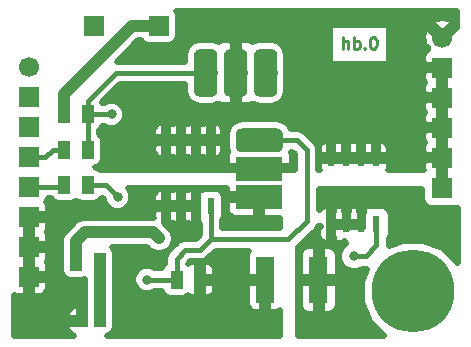
<source format=gbr>
G04 #@! TF.GenerationSoftware,KiCad,Pcbnew,(5.0.0)*
G04 #@! TF.CreationDate,2019-01-30T09:07:07+03:00*
G04 #@! TF.ProjectId,module,6D6F64756C652E6B696361645F706362,rev?*
G04 #@! TF.SameCoordinates,Original*
G04 #@! TF.FileFunction,Copper,L1,Top,Signal*
G04 #@! TF.FilePolarity,Positive*
%FSLAX46Y46*%
G04 Gerber Fmt 4.6, Leading zero omitted, Abs format (unit mm)*
G04 Created by KiCad (PCBNEW (5.0.0)) date 01/30/19 09:07:07*
%MOMM*%
%LPD*%
G01*
G04 APERTURE LIST*
G04 #@! TA.AperFunction,NonConductor*
%ADD10C,0.250000*%
G04 #@! TD*
G04 #@! TA.AperFunction,SMDPad,CuDef*
%ADD11R,0.609600X1.473200*%
G04 #@! TD*
G04 #@! TA.AperFunction,SMDPad,CuDef*
%ADD12R,1.500000X4.000000*%
G04 #@! TD*
G04 #@! TA.AperFunction,SMDPad,CuDef*
%ADD13R,1.000000X1.500000*%
G04 #@! TD*
G04 #@! TA.AperFunction,ComponentPad*
%ADD14C,1.700000*%
G04 #@! TD*
G04 #@! TA.AperFunction,ComponentPad*
%ADD15R,1.700000X1.700000*%
G04 #@! TD*
G04 #@! TA.AperFunction,ComponentPad*
%ADD16C,7.000000*%
G04 #@! TD*
G04 #@! TA.AperFunction,Conductor*
%ADD17C,0.100000*%
G04 #@! TD*
G04 #@! TA.AperFunction,ComponentPad*
%ADD18C,2.000000*%
G04 #@! TD*
G04 #@! TA.AperFunction,ComponentPad*
%ADD19R,4.000000X2.000000*%
G04 #@! TD*
G04 #@! TA.AperFunction,SMDPad,CuDef*
%ADD20R,1.000000X1.000000*%
G04 #@! TD*
G04 #@! TA.AperFunction,ViaPad*
%ADD21C,0.800000*%
G04 #@! TD*
G04 #@! TA.AperFunction,Conductor*
%ADD22C,1.000000*%
G04 #@! TD*
G04 #@! TA.AperFunction,Conductor*
%ADD23C,0.400000*%
G04 #@! TD*
G04 #@! TA.AperFunction,Conductor*
%ADD24C,0.500000*%
G04 #@! TD*
G04 #@! TA.AperFunction,Conductor*
%ADD25C,0.600000*%
G04 #@! TD*
G04 APERTURE END LIST*
D10*
X226119047Y-74452380D02*
X226119047Y-73452380D01*
X226547619Y-74452380D02*
X226547619Y-73928571D01*
X226500000Y-73833333D01*
X226404761Y-73785714D01*
X226261904Y-73785714D01*
X226166666Y-73833333D01*
X226119047Y-73880952D01*
X227023809Y-74452380D02*
X227023809Y-73452380D01*
X227023809Y-73833333D02*
X227119047Y-73785714D01*
X227309523Y-73785714D01*
X227404761Y-73833333D01*
X227452380Y-73880952D01*
X227500000Y-73976190D01*
X227500000Y-74261904D01*
X227452380Y-74357142D01*
X227404761Y-74404761D01*
X227309523Y-74452380D01*
X227119047Y-74452380D01*
X227023809Y-74404761D01*
X227928571Y-74357142D02*
X227976190Y-74404761D01*
X227928571Y-74452380D01*
X227880952Y-74404761D01*
X227928571Y-74357142D01*
X227928571Y-74452380D01*
X228595238Y-73452380D02*
X228690476Y-73452380D01*
X228785714Y-73500000D01*
X228833333Y-73547619D01*
X228880952Y-73642857D01*
X228928571Y-73833333D01*
X228928571Y-74071428D01*
X228880952Y-74261904D01*
X228833333Y-74357142D01*
X228785714Y-74404761D01*
X228690476Y-74452380D01*
X228595238Y-74452380D01*
X228500000Y-74404761D01*
X228452380Y-74357142D01*
X228404761Y-74261904D01*
X228357142Y-74071428D01*
X228357142Y-73833333D01*
X228404761Y-73642857D01*
X228452380Y-73547619D01*
X228500000Y-73500000D01*
X228595238Y-73452380D01*
D11*
G04 #@! TO.P,VT2,1*
G04 #@! TO.N,Net-(C3-Pad2)*
X211095000Y-87794000D03*
G04 #@! TO.P,VT2,2*
X212365000Y-87794000D03*
G04 #@! TO.P,VT2,3*
X213635000Y-87794000D03*
G04 #@! TO.P,VT2,4*
G04 #@! TO.N,Net-(R1-Pad2)*
X214905000Y-87794000D03*
G04 #@! TO.P,VT2,5*
G04 #@! TO.N,Net-(VT1-Pad5)*
X214905000Y-82206000D03*
G04 #@! TO.P,VT2,6*
X213635000Y-82206000D03*
G04 #@! TO.P,VT2,7*
X212365000Y-82206000D03*
G04 #@! TO.P,VT2,8*
X211095000Y-82206000D03*
G04 #@! TD*
D12*
G04 #@! TO.P,C3,1*
G04 #@! TO.N,Net-(C3-Pad1)*
X224000000Y-94000000D03*
G04 #@! TO.P,C3,2*
G04 #@! TO.N,Net-(C3-Pad2)*
X219500000Y-94000000D03*
G04 #@! TD*
D13*
G04 #@! TO.P,R1,2*
G04 #@! TO.N,Net-(R1-Pad2)*
X204500000Y-86000000D03*
G04 #@! TO.P,R1,1*
G04 #@! TO.N,Net-(R1-Pad1)*
X202500000Y-86000000D03*
G04 #@! TD*
G04 #@! TO.P,R2,1*
G04 #@! TO.N,Net-(R2-Pad1)*
X202500000Y-83000000D03*
G04 #@! TO.P,R2,2*
G04 #@! TO.N,Net-(R2-Pad2)*
X204500000Y-83000000D03*
G04 #@! TD*
D11*
G04 #@! TO.P,VT1,8*
G04 #@! TO.N,Net-(VT1-Pad5)*
X225095000Y-83706000D03*
G04 #@! TO.P,VT1,7*
X226365000Y-83706000D03*
G04 #@! TO.P,VT1,6*
X227635000Y-83706000D03*
G04 #@! TO.P,VT1,5*
X228905000Y-83706000D03*
G04 #@! TO.P,VT1,4*
G04 #@! TO.N,Net-(R2-Pad2)*
X228905000Y-89294000D03*
G04 #@! TO.P,VT1,3*
G04 #@! TO.N,Net-(C3-Pad1)*
X227635000Y-89294000D03*
G04 #@! TO.P,VT1,2*
X226365000Y-89294000D03*
G04 #@! TO.P,VT1,1*
X225095000Y-89294000D03*
G04 #@! TD*
D14*
G04 #@! TO.P,XP1,1*
G04 #@! TO.N,Net-(FU1-Pad1)*
X199500000Y-76000000D03*
D15*
G04 #@! TO.P,XP1,2*
X199500000Y-78540000D03*
G04 #@! TO.P,XP1,3*
X199500000Y-81080000D03*
G04 #@! TO.P,XP1,4*
G04 #@! TO.N,Net-(R2-Pad1)*
X199500000Y-83620000D03*
G04 #@! TO.P,XP1,5*
G04 #@! TO.N,Net-(R1-Pad1)*
X199500000Y-86160000D03*
G04 #@! TO.P,XP1,6*
G04 #@! TO.N,Net-(C3-Pad2)*
X199500000Y-88700000D03*
G04 #@! TO.P,XP1,7*
X199500000Y-91240000D03*
G04 #@! TO.P,XP1,8*
X199500000Y-93780000D03*
G04 #@! TD*
D14*
G04 #@! TO.P,XP2,1*
G04 #@! TO.N,Net-(VT1-Pad5)*
X234500000Y-73500000D03*
D15*
G04 #@! TO.P,XP2,2*
X234500000Y-76040000D03*
G04 #@! TO.P,XP2,3*
X234500000Y-78580000D03*
G04 #@! TO.P,XP2,4*
X234500000Y-81120000D03*
G04 #@! TO.P,XP2,5*
X234500000Y-83660000D03*
G04 #@! TO.P,XP2,6*
X234500000Y-86200000D03*
G04 #@! TD*
G04 #@! TO.P,FU1,2*
G04 #@! TO.N,Net-(C3-Pad1)*
X210500000Y-72500000D03*
G04 #@! TO.P,FU1,1*
G04 #@! TO.N,Net-(FU1-Pad1)*
X205000000Y-72500000D03*
G04 #@! TD*
D13*
G04 #@! TO.P,R3,2*
G04 #@! TO.N,Net-(R2-Pad2)*
X204500000Y-80000000D03*
G04 #@! TO.P,R3,1*
G04 #@! TO.N,Net-(C3-Pad1)*
X202500000Y-80000000D03*
G04 #@! TD*
G04 #@! TO.P,R4,1*
G04 #@! TO.N,Net-(R1-Pad2)*
X212000000Y-94000000D03*
G04 #@! TO.P,R4,2*
G04 #@! TO.N,Net-(C3-Pad2)*
X214000000Y-94000000D03*
G04 #@! TD*
D16*
G04 #@! TO.P,rM3,*
G04 #@! TO.N,*
X232000000Y-95000000D03*
G04 #@! TD*
D17*
G04 #@! TO.N,Net-(R2-Pad2)*
G04 #@! TO.C,VT3*
G36*
X215009009Y-74502408D02*
X215057545Y-74509607D01*
X215105142Y-74521530D01*
X215151342Y-74538060D01*
X215195698Y-74559039D01*
X215237785Y-74584265D01*
X215277197Y-74613495D01*
X215313553Y-74646447D01*
X215346505Y-74682803D01*
X215375735Y-74722215D01*
X215400961Y-74764302D01*
X215421940Y-74808658D01*
X215438470Y-74854858D01*
X215450393Y-74902455D01*
X215457592Y-74950991D01*
X215460000Y-75000000D01*
X215460000Y-78000000D01*
X215457592Y-78049009D01*
X215450393Y-78097545D01*
X215438470Y-78145142D01*
X215421940Y-78191342D01*
X215400961Y-78235698D01*
X215375735Y-78277785D01*
X215346505Y-78317197D01*
X215313553Y-78353553D01*
X215277197Y-78386505D01*
X215237785Y-78415735D01*
X215195698Y-78440961D01*
X215151342Y-78461940D01*
X215105142Y-78478470D01*
X215057545Y-78490393D01*
X215009009Y-78497592D01*
X214960000Y-78500000D01*
X213960000Y-78500000D01*
X213910991Y-78497592D01*
X213862455Y-78490393D01*
X213814858Y-78478470D01*
X213768658Y-78461940D01*
X213724302Y-78440961D01*
X213682215Y-78415735D01*
X213642803Y-78386505D01*
X213606447Y-78353553D01*
X213573495Y-78317197D01*
X213544265Y-78277785D01*
X213519039Y-78235698D01*
X213498060Y-78191342D01*
X213481530Y-78145142D01*
X213469607Y-78097545D01*
X213462408Y-78049009D01*
X213460000Y-78000000D01*
X213460000Y-75000000D01*
X213462408Y-74950991D01*
X213469607Y-74902455D01*
X213481530Y-74854858D01*
X213498060Y-74808658D01*
X213519039Y-74764302D01*
X213544265Y-74722215D01*
X213573495Y-74682803D01*
X213606447Y-74646447D01*
X213642803Y-74613495D01*
X213682215Y-74584265D01*
X213724302Y-74559039D01*
X213768658Y-74538060D01*
X213814858Y-74521530D01*
X213862455Y-74509607D01*
X213910991Y-74502408D01*
X213960000Y-74500000D01*
X214960000Y-74500000D01*
X215009009Y-74502408D01*
X215009009Y-74502408D01*
G37*
D18*
G04 #@! TD*
G04 #@! TO.P,VT3,1*
G04 #@! TO.N,Net-(R2-Pad2)*
X214460000Y-76500000D03*
D17*
G04 #@! TO.N,Net-(VT1-Pad5)*
G04 #@! TO.C,VT3*
G36*
X217549009Y-74502408D02*
X217597545Y-74509607D01*
X217645142Y-74521530D01*
X217691342Y-74538060D01*
X217735698Y-74559039D01*
X217777785Y-74584265D01*
X217817197Y-74613495D01*
X217853553Y-74646447D01*
X217886505Y-74682803D01*
X217915735Y-74722215D01*
X217940961Y-74764302D01*
X217961940Y-74808658D01*
X217978470Y-74854858D01*
X217990393Y-74902455D01*
X217997592Y-74950991D01*
X218000000Y-75000000D01*
X218000000Y-78000000D01*
X217997592Y-78049009D01*
X217990393Y-78097545D01*
X217978470Y-78145142D01*
X217961940Y-78191342D01*
X217940961Y-78235698D01*
X217915735Y-78277785D01*
X217886505Y-78317197D01*
X217853553Y-78353553D01*
X217817197Y-78386505D01*
X217777785Y-78415735D01*
X217735698Y-78440961D01*
X217691342Y-78461940D01*
X217645142Y-78478470D01*
X217597545Y-78490393D01*
X217549009Y-78497592D01*
X217500000Y-78500000D01*
X216500000Y-78500000D01*
X216450991Y-78497592D01*
X216402455Y-78490393D01*
X216354858Y-78478470D01*
X216308658Y-78461940D01*
X216264302Y-78440961D01*
X216222215Y-78415735D01*
X216182803Y-78386505D01*
X216146447Y-78353553D01*
X216113495Y-78317197D01*
X216084265Y-78277785D01*
X216059039Y-78235698D01*
X216038060Y-78191342D01*
X216021530Y-78145142D01*
X216009607Y-78097545D01*
X216002408Y-78049009D01*
X216000000Y-78000000D01*
X216000000Y-75000000D01*
X216002408Y-74950991D01*
X216009607Y-74902455D01*
X216021530Y-74854858D01*
X216038060Y-74808658D01*
X216059039Y-74764302D01*
X216084265Y-74722215D01*
X216113495Y-74682803D01*
X216146447Y-74646447D01*
X216182803Y-74613495D01*
X216222215Y-74584265D01*
X216264302Y-74559039D01*
X216308658Y-74538060D01*
X216354858Y-74521530D01*
X216402455Y-74509607D01*
X216450991Y-74502408D01*
X216500000Y-74500000D01*
X217500000Y-74500000D01*
X217549009Y-74502408D01*
X217549009Y-74502408D01*
G37*
D18*
G04 #@! TD*
G04 #@! TO.P,VT3,2*
G04 #@! TO.N,Net-(VT1-Pad5)*
X217000000Y-76500000D03*
D17*
G04 #@! TO.N,Net-(C3-Pad1)*
G04 #@! TO.C,VT3*
G36*
X220089009Y-74502408D02*
X220137545Y-74509607D01*
X220185142Y-74521530D01*
X220231342Y-74538060D01*
X220275698Y-74559039D01*
X220317785Y-74584265D01*
X220357197Y-74613495D01*
X220393553Y-74646447D01*
X220426505Y-74682803D01*
X220455735Y-74722215D01*
X220480961Y-74764302D01*
X220501940Y-74808658D01*
X220518470Y-74854858D01*
X220530393Y-74902455D01*
X220537592Y-74950991D01*
X220540000Y-75000000D01*
X220540000Y-78000000D01*
X220537592Y-78049009D01*
X220530393Y-78097545D01*
X220518470Y-78145142D01*
X220501940Y-78191342D01*
X220480961Y-78235698D01*
X220455735Y-78277785D01*
X220426505Y-78317197D01*
X220393553Y-78353553D01*
X220357197Y-78386505D01*
X220317785Y-78415735D01*
X220275698Y-78440961D01*
X220231342Y-78461940D01*
X220185142Y-78478470D01*
X220137545Y-78490393D01*
X220089009Y-78497592D01*
X220040000Y-78500000D01*
X219040000Y-78500000D01*
X218990991Y-78497592D01*
X218942455Y-78490393D01*
X218894858Y-78478470D01*
X218848658Y-78461940D01*
X218804302Y-78440961D01*
X218762215Y-78415735D01*
X218722803Y-78386505D01*
X218686447Y-78353553D01*
X218653495Y-78317197D01*
X218624265Y-78277785D01*
X218599039Y-78235698D01*
X218578060Y-78191342D01*
X218561530Y-78145142D01*
X218549607Y-78097545D01*
X218542408Y-78049009D01*
X218540000Y-78000000D01*
X218540000Y-75000000D01*
X218542408Y-74950991D01*
X218549607Y-74902455D01*
X218561530Y-74854858D01*
X218578060Y-74808658D01*
X218599039Y-74764302D01*
X218624265Y-74722215D01*
X218653495Y-74682803D01*
X218686447Y-74646447D01*
X218722803Y-74613495D01*
X218762215Y-74584265D01*
X218804302Y-74559039D01*
X218848658Y-74538060D01*
X218894858Y-74521530D01*
X218942455Y-74509607D01*
X218990991Y-74502408D01*
X219040000Y-74500000D01*
X220040000Y-74500000D01*
X220089009Y-74502408D01*
X220089009Y-74502408D01*
G37*
D18*
G04 #@! TD*
G04 #@! TO.P,VT3,3*
G04 #@! TO.N,Net-(C3-Pad1)*
X219540000Y-76500000D03*
D17*
G04 #@! TO.N,Net-(R1-Pad2)*
G04 #@! TO.C,VT4*
G36*
X220549009Y-81202408D02*
X220597545Y-81209607D01*
X220645142Y-81221530D01*
X220691342Y-81238060D01*
X220735698Y-81259039D01*
X220777785Y-81284265D01*
X220817197Y-81313495D01*
X220853553Y-81346447D01*
X220886505Y-81382803D01*
X220915735Y-81422215D01*
X220940961Y-81464302D01*
X220961940Y-81508658D01*
X220978470Y-81554858D01*
X220990393Y-81602455D01*
X220997592Y-81650991D01*
X221000000Y-81700000D01*
X221000000Y-82700000D01*
X220997592Y-82749009D01*
X220990393Y-82797545D01*
X220978470Y-82845142D01*
X220961940Y-82891342D01*
X220940961Y-82935698D01*
X220915735Y-82977785D01*
X220886505Y-83017197D01*
X220853553Y-83053553D01*
X220817197Y-83086505D01*
X220777785Y-83115735D01*
X220735698Y-83140961D01*
X220691342Y-83161940D01*
X220645142Y-83178470D01*
X220597545Y-83190393D01*
X220549009Y-83197592D01*
X220500000Y-83200000D01*
X217500000Y-83200000D01*
X217450991Y-83197592D01*
X217402455Y-83190393D01*
X217354858Y-83178470D01*
X217308658Y-83161940D01*
X217264302Y-83140961D01*
X217222215Y-83115735D01*
X217182803Y-83086505D01*
X217146447Y-83053553D01*
X217113495Y-83017197D01*
X217084265Y-82977785D01*
X217059039Y-82935698D01*
X217038060Y-82891342D01*
X217021530Y-82845142D01*
X217009607Y-82797545D01*
X217002408Y-82749009D01*
X217000000Y-82700000D01*
X217000000Y-81700000D01*
X217002408Y-81650991D01*
X217009607Y-81602455D01*
X217021530Y-81554858D01*
X217038060Y-81508658D01*
X217059039Y-81464302D01*
X217084265Y-81422215D01*
X217113495Y-81382803D01*
X217146447Y-81346447D01*
X217182803Y-81313495D01*
X217222215Y-81284265D01*
X217264302Y-81259039D01*
X217308658Y-81238060D01*
X217354858Y-81221530D01*
X217402455Y-81209607D01*
X217450991Y-81202408D01*
X217500000Y-81200000D01*
X220500000Y-81200000D01*
X220549009Y-81202408D01*
X220549009Y-81202408D01*
G37*
D18*
G04 #@! TD*
G04 #@! TO.P,VT4,1*
G04 #@! TO.N,Net-(R1-Pad2)*
X219000000Y-82200000D03*
D19*
G04 #@! TO.P,VT4,2*
G04 #@! TO.N,Net-(VT1-Pad5)*
X219000000Y-84600000D03*
G04 #@! TO.P,VT4,3*
G04 #@! TO.N,Net-(C3-Pad2)*
X219000000Y-87000000D03*
G04 #@! TD*
D20*
G04 #@! TO.P,HL1,1*
G04 #@! TO.N,Net-(HL1-Pad1)*
X205500000Y-97500000D03*
G04 #@! TO.P,HL1,2*
G04 #@! TO.N,Net-(C3-Pad2)*
X204000000Y-97500000D03*
G04 #@! TD*
D13*
G04 #@! TO.P,R5,2*
G04 #@! TO.N,Net-(HL1-Pad1)*
X205500000Y-92500000D03*
G04 #@! TO.P,R5,1*
G04 #@! TO.N,Net-(C3-Pad1)*
X203500000Y-92500000D03*
G04 #@! TD*
D21*
G04 #@! TO.N,Net-(C3-Pad1)*
X232500000Y-88500000D03*
X231000000Y-88500000D03*
X210500000Y-90500000D03*
G04 #@! TO.N,Net-(R1-Pad2)*
X209500000Y-94000000D03*
X207000000Y-87000000D03*
G04 #@! TO.N,Net-(R2-Pad2)*
X206500000Y-80000000D03*
X227000000Y-92000000D03*
G04 #@! TD*
D22*
G04 #@! TO.N,Net-(C3-Pad1)*
X208250000Y-72500000D02*
X208650000Y-72500000D01*
X208650000Y-72500000D02*
X210500000Y-72500000D01*
X202500000Y-78250000D02*
X208250000Y-72500000D01*
X202500000Y-80000000D02*
X202500000Y-78250000D01*
X203500000Y-90750000D02*
X204250000Y-90000000D01*
X203500000Y-92500000D02*
X203500000Y-90750000D01*
X204250000Y-90000000D02*
X210000000Y-90000000D01*
X210000000Y-90000000D02*
X210500000Y-90500000D01*
D23*
G04 #@! TO.N,Net-(R1-Pad1)*
X199500000Y-86160000D02*
X202340000Y-86160000D01*
X202340000Y-86160000D02*
X202500000Y-86000000D01*
G04 #@! TO.N,Net-(R2-Pad1)*
X199500000Y-83620000D02*
X200880000Y-83620000D01*
X201500000Y-83000000D02*
X202500000Y-83000000D01*
X200880000Y-83620000D02*
X201500000Y-83000000D01*
D22*
G04 #@! TO.N,Net-(C3-Pad2)*
X199500000Y-91240000D02*
X199500000Y-88700000D01*
X199500000Y-93780000D02*
X199500000Y-91240000D01*
X214000000Y-94000000D02*
X219500000Y-94000000D01*
D23*
G04 #@! TO.N,Net-(R1-Pad2)*
X212000000Y-92250000D02*
X212000000Y-94000000D01*
X212750000Y-91500000D02*
X212000000Y-92250000D01*
X214000000Y-91500000D02*
X212750000Y-91500000D01*
X214905000Y-90595000D02*
X214000000Y-91500000D01*
X211000000Y-94000000D02*
X212000000Y-94000000D01*
X209500000Y-94000000D02*
X211000000Y-94000000D01*
X214905000Y-90595000D02*
X221405000Y-90595000D01*
X221405000Y-90595000D02*
X223000000Y-89000000D01*
X223000000Y-89000000D02*
X223000000Y-83000000D01*
X222200000Y-82200000D02*
X219000000Y-82200000D01*
X223000000Y-83000000D02*
X222200000Y-82200000D01*
X214905000Y-90595000D02*
X214905000Y-87794000D01*
X206000000Y-86000000D02*
X207000000Y-87000000D01*
X204500000Y-86000000D02*
X206000000Y-86000000D01*
G04 #@! TO.N,Net-(R2-Pad2)*
X204500000Y-83000000D02*
X204500000Y-80000000D01*
X213360000Y-76500000D02*
X214460000Y-76500000D01*
X206850000Y-76500000D02*
X213360000Y-76500000D01*
X204500000Y-80000000D02*
X204500000Y-78850000D01*
X204500000Y-78850000D02*
X206850000Y-76500000D01*
X228905000Y-91095000D02*
X228905000Y-89294000D01*
X227000000Y-92000000D02*
X228000000Y-92000000D01*
X206500000Y-80000000D02*
X205400000Y-80000000D01*
X205400000Y-80000000D02*
X204500000Y-80000000D01*
X228000000Y-92000000D02*
X228905000Y-91095000D01*
D22*
G04 #@! TO.N,Net-(VT1-Pad5)*
X234500000Y-86200000D02*
X234500000Y-83660000D01*
G04 #@! TO.N,Net-(HL1-Pad1)*
X205500000Y-97500000D02*
X205500000Y-92500000D01*
G04 #@! TD*
D24*
G04 #@! TO.N,Net-(VT1-Pad5)*
G36*
X235750000Y-72692258D02*
X235682309Y-72671244D01*
X234853553Y-73500000D01*
X234867696Y-73514143D01*
X234514143Y-73867696D01*
X234500000Y-73853553D01*
X234485858Y-73867696D01*
X234132305Y-73514143D01*
X234146447Y-73500000D01*
X233317691Y-72671244D01*
X233048857Y-72754700D01*
X232874105Y-73366761D01*
X232946880Y-73999106D01*
X233048857Y-74245300D01*
X233317688Y-74328755D01*
X233173149Y-74473294D01*
X233245578Y-74545723D01*
X233225159Y-74554181D01*
X233014181Y-74765159D01*
X232900000Y-75040816D01*
X232900000Y-75602500D01*
X233087500Y-75790000D01*
X234250000Y-75790000D01*
X234250000Y-75770000D01*
X234750000Y-75770000D01*
X234750000Y-75790000D01*
X234770000Y-75790000D01*
X234770000Y-76290000D01*
X234750000Y-76290000D01*
X234750000Y-78330000D01*
X234770000Y-78330000D01*
X234770000Y-78830000D01*
X234750000Y-78830000D01*
X234750000Y-80870000D01*
X234770000Y-80870000D01*
X234770000Y-81370000D01*
X234750000Y-81370000D01*
X234750000Y-83410000D01*
X234770000Y-83410000D01*
X234770000Y-83910000D01*
X234750000Y-83910000D01*
X234750000Y-83930000D01*
X234250000Y-83930000D01*
X234250000Y-83910000D01*
X233087500Y-83910000D01*
X232900000Y-84097500D01*
X232900000Y-84659184D01*
X232937617Y-84750000D01*
X229894265Y-84750000D01*
X229959800Y-84591785D01*
X229959800Y-84143500D01*
X229772300Y-83956000D01*
X229057400Y-83956000D01*
X229057400Y-83976000D01*
X228752600Y-83976000D01*
X228752600Y-83956000D01*
X227787400Y-83956000D01*
X227787400Y-83976000D01*
X227482600Y-83976000D01*
X227482600Y-83956000D01*
X226517400Y-83956000D01*
X226517400Y-83976000D01*
X226212600Y-83976000D01*
X226212600Y-83956000D01*
X225247400Y-83956000D01*
X225247400Y-83976000D01*
X224942600Y-83976000D01*
X224942600Y-83956000D01*
X224227700Y-83956000D01*
X224040200Y-84143500D01*
X224040200Y-84591785D01*
X224105735Y-84750000D01*
X223950000Y-84750000D01*
X223950000Y-83093559D01*
X223968610Y-83000000D01*
X223950000Y-82906441D01*
X223950000Y-82906436D01*
X223932850Y-82820215D01*
X224040200Y-82820215D01*
X224040200Y-83268500D01*
X224227700Y-83456000D01*
X224942600Y-83456000D01*
X224942600Y-82406900D01*
X225247400Y-82406900D01*
X225247400Y-83456000D01*
X226212600Y-83456000D01*
X226212600Y-82406900D01*
X226517400Y-82406900D01*
X226517400Y-83456000D01*
X227482600Y-83456000D01*
X227482600Y-82406900D01*
X227787400Y-82406900D01*
X227787400Y-83456000D01*
X228752600Y-83456000D01*
X228752600Y-82406900D01*
X229057400Y-82406900D01*
X229057400Y-83456000D01*
X229772300Y-83456000D01*
X229959800Y-83268500D01*
X229959800Y-82820215D01*
X229845619Y-82544559D01*
X229634641Y-82333581D01*
X229358984Y-82219400D01*
X229244900Y-82219400D01*
X229057400Y-82406900D01*
X228752600Y-82406900D01*
X228565100Y-82219400D01*
X228451016Y-82219400D01*
X228270000Y-82294379D01*
X228088984Y-82219400D01*
X227974900Y-82219400D01*
X227787400Y-82406900D01*
X227482600Y-82406900D01*
X227295100Y-82219400D01*
X227181016Y-82219400D01*
X227000000Y-82294379D01*
X226818984Y-82219400D01*
X226704900Y-82219400D01*
X226517400Y-82406900D01*
X226212600Y-82406900D01*
X226025100Y-82219400D01*
X225911016Y-82219400D01*
X225730000Y-82294379D01*
X225548984Y-82219400D01*
X225434900Y-82219400D01*
X225247400Y-82406900D01*
X224942600Y-82406900D01*
X224755100Y-82219400D01*
X224641016Y-82219400D01*
X224365359Y-82333581D01*
X224154381Y-82544559D01*
X224040200Y-82820215D01*
X223932850Y-82820215D01*
X223894880Y-82629329D01*
X223779065Y-82456000D01*
X223737911Y-82394408D01*
X223737909Y-82394406D01*
X223684911Y-82315089D01*
X223605593Y-82262090D01*
X222937911Y-81594409D01*
X222913250Y-81557500D01*
X232900000Y-81557500D01*
X232900000Y-82119184D01*
X233012176Y-82390000D01*
X232900000Y-82660816D01*
X232900000Y-83222500D01*
X233087500Y-83410000D01*
X234250000Y-83410000D01*
X234250000Y-81370000D01*
X233087500Y-81370000D01*
X232900000Y-81557500D01*
X222913250Y-81557500D01*
X222884911Y-81515089D01*
X222570671Y-81305120D01*
X222293564Y-81250000D01*
X222293559Y-81250000D01*
X222200000Y-81231390D01*
X222106441Y-81250000D01*
X221675182Y-81250000D01*
X221668424Y-81216023D01*
X221394273Y-80805727D01*
X220983977Y-80531576D01*
X220500000Y-80435307D01*
X217500000Y-80435307D01*
X217016023Y-80531576D01*
X216605727Y-80805727D01*
X216331576Y-81216023D01*
X216235307Y-81700000D01*
X216235307Y-82700000D01*
X216331576Y-83183977D01*
X216349449Y-83210726D01*
X216250000Y-83450816D01*
X216250000Y-84162500D01*
X216437500Y-84350000D01*
X218750000Y-84350000D01*
X218750000Y-84330000D01*
X219250000Y-84330000D01*
X219250000Y-84350000D01*
X221562500Y-84350000D01*
X221750000Y-84162500D01*
X221750000Y-83450816D01*
X221650551Y-83210726D01*
X221668424Y-83183977D01*
X221675182Y-83150000D01*
X221806498Y-83150000D01*
X222050001Y-83393504D01*
X222050001Y-84750000D01*
X205567928Y-84750000D01*
X205540720Y-84709280D01*
X205292635Y-84543516D01*
X205073866Y-84500000D01*
X205292635Y-84456484D01*
X205540720Y-84290720D01*
X205706484Y-84042635D01*
X205764693Y-83750000D01*
X205764693Y-82643500D01*
X210040200Y-82643500D01*
X210040200Y-83091785D01*
X210154381Y-83367441D01*
X210365359Y-83578419D01*
X210641016Y-83692600D01*
X210755100Y-83692600D01*
X210942600Y-83505100D01*
X210942600Y-82456000D01*
X211247400Y-82456000D01*
X211247400Y-83505100D01*
X211434900Y-83692600D01*
X211548984Y-83692600D01*
X211730000Y-83617621D01*
X211911016Y-83692600D01*
X212025100Y-83692600D01*
X212212600Y-83505100D01*
X212212600Y-82456000D01*
X212517400Y-82456000D01*
X212517400Y-83505100D01*
X212704900Y-83692600D01*
X212818984Y-83692600D01*
X213000000Y-83617621D01*
X213181016Y-83692600D01*
X213295100Y-83692600D01*
X213482600Y-83505100D01*
X213482600Y-82456000D01*
X213787400Y-82456000D01*
X213787400Y-83505100D01*
X213974900Y-83692600D01*
X214088984Y-83692600D01*
X214270000Y-83617621D01*
X214451016Y-83692600D01*
X214565100Y-83692600D01*
X214752600Y-83505100D01*
X214752600Y-82456000D01*
X215057400Y-82456000D01*
X215057400Y-83505100D01*
X215244900Y-83692600D01*
X215358984Y-83692600D01*
X215634641Y-83578419D01*
X215845619Y-83367441D01*
X215959800Y-83091785D01*
X215959800Y-82643500D01*
X215772300Y-82456000D01*
X215057400Y-82456000D01*
X214752600Y-82456000D01*
X213787400Y-82456000D01*
X213482600Y-82456000D01*
X212517400Y-82456000D01*
X212212600Y-82456000D01*
X211247400Y-82456000D01*
X210942600Y-82456000D01*
X210227700Y-82456000D01*
X210040200Y-82643500D01*
X205764693Y-82643500D01*
X205764693Y-82250000D01*
X205706484Y-81957365D01*
X205540720Y-81709280D01*
X205450000Y-81648663D01*
X205450000Y-81351337D01*
X205496577Y-81320215D01*
X210040200Y-81320215D01*
X210040200Y-81768500D01*
X210227700Y-81956000D01*
X210942600Y-81956000D01*
X210942600Y-80906900D01*
X211247400Y-80906900D01*
X211247400Y-81956000D01*
X212212600Y-81956000D01*
X212212600Y-80906900D01*
X212517400Y-80906900D01*
X212517400Y-81956000D01*
X213482600Y-81956000D01*
X213482600Y-80906900D01*
X213787400Y-80906900D01*
X213787400Y-81956000D01*
X214752600Y-81956000D01*
X214752600Y-80906900D01*
X215057400Y-80906900D01*
X215057400Y-81956000D01*
X215772300Y-81956000D01*
X215959800Y-81768500D01*
X215959800Y-81320215D01*
X215845619Y-81044559D01*
X215634641Y-80833581D01*
X215358984Y-80719400D01*
X215244900Y-80719400D01*
X215057400Y-80906900D01*
X214752600Y-80906900D01*
X214565100Y-80719400D01*
X214451016Y-80719400D01*
X214270000Y-80794379D01*
X214088984Y-80719400D01*
X213974900Y-80719400D01*
X213787400Y-80906900D01*
X213482600Y-80906900D01*
X213295100Y-80719400D01*
X213181016Y-80719400D01*
X213000000Y-80794379D01*
X212818984Y-80719400D01*
X212704900Y-80719400D01*
X212517400Y-80906900D01*
X212212600Y-80906900D01*
X212025100Y-80719400D01*
X211911016Y-80719400D01*
X211730000Y-80794379D01*
X211548984Y-80719400D01*
X211434900Y-80719400D01*
X211247400Y-80906900D01*
X210942600Y-80906900D01*
X210755100Y-80719400D01*
X210641016Y-80719400D01*
X210365359Y-80833581D01*
X210154381Y-81044559D01*
X210040200Y-81320215D01*
X205496577Y-81320215D01*
X205540720Y-81290720D01*
X205706484Y-81042635D01*
X205724910Y-80950000D01*
X205823654Y-80950000D01*
X205848577Y-80974923D01*
X206271251Y-81150000D01*
X206728749Y-81150000D01*
X207151423Y-80974923D01*
X207474923Y-80651423D01*
X207650000Y-80228749D01*
X207650000Y-79771251D01*
X207474923Y-79348577D01*
X207151423Y-79025077D01*
X206728749Y-78850000D01*
X206271251Y-78850000D01*
X205848577Y-79025077D01*
X205823654Y-79050000D01*
X205724910Y-79050000D01*
X205711404Y-78982098D01*
X207243503Y-77450000D01*
X212695307Y-77450000D01*
X212695307Y-78000000D01*
X212791576Y-78483977D01*
X213065727Y-78894273D01*
X213476023Y-79168424D01*
X213960000Y-79264693D01*
X214960000Y-79264693D01*
X215443977Y-79168424D01*
X215542160Y-79102820D01*
X215575159Y-79135819D01*
X215850816Y-79250000D01*
X216562500Y-79250000D01*
X216750000Y-79062500D01*
X216750000Y-76750000D01*
X216730000Y-76750000D01*
X216730000Y-76250000D01*
X216750000Y-76250000D01*
X216750000Y-73937500D01*
X217250000Y-73937500D01*
X217250000Y-76250000D01*
X217270000Y-76250000D01*
X217270000Y-76750000D01*
X217250000Y-76750000D01*
X217250000Y-79062500D01*
X217437500Y-79250000D01*
X218149184Y-79250000D01*
X218424841Y-79135819D01*
X218457840Y-79102820D01*
X218556023Y-79168424D01*
X219040000Y-79264693D01*
X220040000Y-79264693D01*
X220523977Y-79168424D01*
X220749850Y-79017500D01*
X232900000Y-79017500D01*
X232900000Y-79579184D01*
X233012176Y-79850000D01*
X232900000Y-80120816D01*
X232900000Y-80682500D01*
X233087500Y-80870000D01*
X234250000Y-80870000D01*
X234250000Y-78830000D01*
X233087500Y-78830000D01*
X232900000Y-79017500D01*
X220749850Y-79017500D01*
X220934273Y-78894273D01*
X221208424Y-78483977D01*
X221304693Y-78000000D01*
X221304693Y-76477500D01*
X232900000Y-76477500D01*
X232900000Y-77039184D01*
X233012176Y-77310000D01*
X232900000Y-77580816D01*
X232900000Y-78142500D01*
X233087500Y-78330000D01*
X234250000Y-78330000D01*
X234250000Y-76290000D01*
X233087500Y-76290000D01*
X232900000Y-76477500D01*
X221304693Y-76477500D01*
X221304693Y-75000000D01*
X221208424Y-74516023D01*
X220934273Y-74105727D01*
X220523977Y-73831576D01*
X220040000Y-73735307D01*
X219040000Y-73735307D01*
X218556023Y-73831576D01*
X218457840Y-73897180D01*
X218424841Y-73864181D01*
X218149184Y-73750000D01*
X217437500Y-73750000D01*
X217250000Y-73937500D01*
X216750000Y-73937500D01*
X216562500Y-73750000D01*
X215850816Y-73750000D01*
X215575159Y-73864181D01*
X215542160Y-73897180D01*
X215443977Y-73831576D01*
X214960000Y-73735307D01*
X213960000Y-73735307D01*
X213476023Y-73831576D01*
X213065727Y-74105727D01*
X212791576Y-74516023D01*
X212695307Y-75000000D01*
X212695307Y-75550000D01*
X206967767Y-75550000D01*
X208767767Y-73750000D01*
X209015255Y-73750000D01*
X209109280Y-73890720D01*
X209357365Y-74056484D01*
X209650000Y-74114693D01*
X211350000Y-74114693D01*
X211642635Y-74056484D01*
X211890720Y-73890720D01*
X212056484Y-73642635D01*
X212114693Y-73350000D01*
X212114693Y-72467500D01*
X225005953Y-72467500D01*
X225005953Y-75717500D01*
X229994048Y-75717500D01*
X229994048Y-72467500D01*
X225005953Y-72467500D01*
X212114693Y-72467500D01*
X212114693Y-72317691D01*
X233671244Y-72317691D01*
X234500000Y-73146447D01*
X235328756Y-72317691D01*
X235245300Y-72048857D01*
X234633239Y-71874105D01*
X234000894Y-71946880D01*
X233754700Y-72048857D01*
X233671244Y-72317691D01*
X212114693Y-72317691D01*
X212114693Y-71650000D01*
X212056484Y-71357365D01*
X211984745Y-71250000D01*
X235750000Y-71250000D01*
X235750000Y-72692258D01*
X235750000Y-72692258D01*
G37*
X235750000Y-72692258D02*
X235682309Y-72671244D01*
X234853553Y-73500000D01*
X234867696Y-73514143D01*
X234514143Y-73867696D01*
X234500000Y-73853553D01*
X234485858Y-73867696D01*
X234132305Y-73514143D01*
X234146447Y-73500000D01*
X233317691Y-72671244D01*
X233048857Y-72754700D01*
X232874105Y-73366761D01*
X232946880Y-73999106D01*
X233048857Y-74245300D01*
X233317688Y-74328755D01*
X233173149Y-74473294D01*
X233245578Y-74545723D01*
X233225159Y-74554181D01*
X233014181Y-74765159D01*
X232900000Y-75040816D01*
X232900000Y-75602500D01*
X233087500Y-75790000D01*
X234250000Y-75790000D01*
X234250000Y-75770000D01*
X234750000Y-75770000D01*
X234750000Y-75790000D01*
X234770000Y-75790000D01*
X234770000Y-76290000D01*
X234750000Y-76290000D01*
X234750000Y-78330000D01*
X234770000Y-78330000D01*
X234770000Y-78830000D01*
X234750000Y-78830000D01*
X234750000Y-80870000D01*
X234770000Y-80870000D01*
X234770000Y-81370000D01*
X234750000Y-81370000D01*
X234750000Y-83410000D01*
X234770000Y-83410000D01*
X234770000Y-83910000D01*
X234750000Y-83910000D01*
X234750000Y-83930000D01*
X234250000Y-83930000D01*
X234250000Y-83910000D01*
X233087500Y-83910000D01*
X232900000Y-84097500D01*
X232900000Y-84659184D01*
X232937617Y-84750000D01*
X229894265Y-84750000D01*
X229959800Y-84591785D01*
X229959800Y-84143500D01*
X229772300Y-83956000D01*
X229057400Y-83956000D01*
X229057400Y-83976000D01*
X228752600Y-83976000D01*
X228752600Y-83956000D01*
X227787400Y-83956000D01*
X227787400Y-83976000D01*
X227482600Y-83976000D01*
X227482600Y-83956000D01*
X226517400Y-83956000D01*
X226517400Y-83976000D01*
X226212600Y-83976000D01*
X226212600Y-83956000D01*
X225247400Y-83956000D01*
X225247400Y-83976000D01*
X224942600Y-83976000D01*
X224942600Y-83956000D01*
X224227700Y-83956000D01*
X224040200Y-84143500D01*
X224040200Y-84591785D01*
X224105735Y-84750000D01*
X223950000Y-84750000D01*
X223950000Y-83093559D01*
X223968610Y-83000000D01*
X223950000Y-82906441D01*
X223950000Y-82906436D01*
X223932850Y-82820215D01*
X224040200Y-82820215D01*
X224040200Y-83268500D01*
X224227700Y-83456000D01*
X224942600Y-83456000D01*
X224942600Y-82406900D01*
X225247400Y-82406900D01*
X225247400Y-83456000D01*
X226212600Y-83456000D01*
X226212600Y-82406900D01*
X226517400Y-82406900D01*
X226517400Y-83456000D01*
X227482600Y-83456000D01*
X227482600Y-82406900D01*
X227787400Y-82406900D01*
X227787400Y-83456000D01*
X228752600Y-83456000D01*
X228752600Y-82406900D01*
X229057400Y-82406900D01*
X229057400Y-83456000D01*
X229772300Y-83456000D01*
X229959800Y-83268500D01*
X229959800Y-82820215D01*
X229845619Y-82544559D01*
X229634641Y-82333581D01*
X229358984Y-82219400D01*
X229244900Y-82219400D01*
X229057400Y-82406900D01*
X228752600Y-82406900D01*
X228565100Y-82219400D01*
X228451016Y-82219400D01*
X228270000Y-82294379D01*
X228088984Y-82219400D01*
X227974900Y-82219400D01*
X227787400Y-82406900D01*
X227482600Y-82406900D01*
X227295100Y-82219400D01*
X227181016Y-82219400D01*
X227000000Y-82294379D01*
X226818984Y-82219400D01*
X226704900Y-82219400D01*
X226517400Y-82406900D01*
X226212600Y-82406900D01*
X226025100Y-82219400D01*
X225911016Y-82219400D01*
X225730000Y-82294379D01*
X225548984Y-82219400D01*
X225434900Y-82219400D01*
X225247400Y-82406900D01*
X224942600Y-82406900D01*
X224755100Y-82219400D01*
X224641016Y-82219400D01*
X224365359Y-82333581D01*
X224154381Y-82544559D01*
X224040200Y-82820215D01*
X223932850Y-82820215D01*
X223894880Y-82629329D01*
X223779065Y-82456000D01*
X223737911Y-82394408D01*
X223737909Y-82394406D01*
X223684911Y-82315089D01*
X223605593Y-82262090D01*
X222937911Y-81594409D01*
X222913250Y-81557500D01*
X232900000Y-81557500D01*
X232900000Y-82119184D01*
X233012176Y-82390000D01*
X232900000Y-82660816D01*
X232900000Y-83222500D01*
X233087500Y-83410000D01*
X234250000Y-83410000D01*
X234250000Y-81370000D01*
X233087500Y-81370000D01*
X232900000Y-81557500D01*
X222913250Y-81557500D01*
X222884911Y-81515089D01*
X222570671Y-81305120D01*
X222293564Y-81250000D01*
X222293559Y-81250000D01*
X222200000Y-81231390D01*
X222106441Y-81250000D01*
X221675182Y-81250000D01*
X221668424Y-81216023D01*
X221394273Y-80805727D01*
X220983977Y-80531576D01*
X220500000Y-80435307D01*
X217500000Y-80435307D01*
X217016023Y-80531576D01*
X216605727Y-80805727D01*
X216331576Y-81216023D01*
X216235307Y-81700000D01*
X216235307Y-82700000D01*
X216331576Y-83183977D01*
X216349449Y-83210726D01*
X216250000Y-83450816D01*
X216250000Y-84162500D01*
X216437500Y-84350000D01*
X218750000Y-84350000D01*
X218750000Y-84330000D01*
X219250000Y-84330000D01*
X219250000Y-84350000D01*
X221562500Y-84350000D01*
X221750000Y-84162500D01*
X221750000Y-83450816D01*
X221650551Y-83210726D01*
X221668424Y-83183977D01*
X221675182Y-83150000D01*
X221806498Y-83150000D01*
X222050001Y-83393504D01*
X222050001Y-84750000D01*
X205567928Y-84750000D01*
X205540720Y-84709280D01*
X205292635Y-84543516D01*
X205073866Y-84500000D01*
X205292635Y-84456484D01*
X205540720Y-84290720D01*
X205706484Y-84042635D01*
X205764693Y-83750000D01*
X205764693Y-82643500D01*
X210040200Y-82643500D01*
X210040200Y-83091785D01*
X210154381Y-83367441D01*
X210365359Y-83578419D01*
X210641016Y-83692600D01*
X210755100Y-83692600D01*
X210942600Y-83505100D01*
X210942600Y-82456000D01*
X211247400Y-82456000D01*
X211247400Y-83505100D01*
X211434900Y-83692600D01*
X211548984Y-83692600D01*
X211730000Y-83617621D01*
X211911016Y-83692600D01*
X212025100Y-83692600D01*
X212212600Y-83505100D01*
X212212600Y-82456000D01*
X212517400Y-82456000D01*
X212517400Y-83505100D01*
X212704900Y-83692600D01*
X212818984Y-83692600D01*
X213000000Y-83617621D01*
X213181016Y-83692600D01*
X213295100Y-83692600D01*
X213482600Y-83505100D01*
X213482600Y-82456000D01*
X213787400Y-82456000D01*
X213787400Y-83505100D01*
X213974900Y-83692600D01*
X214088984Y-83692600D01*
X214270000Y-83617621D01*
X214451016Y-83692600D01*
X214565100Y-83692600D01*
X214752600Y-83505100D01*
X214752600Y-82456000D01*
X215057400Y-82456000D01*
X215057400Y-83505100D01*
X215244900Y-83692600D01*
X215358984Y-83692600D01*
X215634641Y-83578419D01*
X215845619Y-83367441D01*
X215959800Y-83091785D01*
X215959800Y-82643500D01*
X215772300Y-82456000D01*
X215057400Y-82456000D01*
X214752600Y-82456000D01*
X213787400Y-82456000D01*
X213482600Y-82456000D01*
X212517400Y-82456000D01*
X212212600Y-82456000D01*
X211247400Y-82456000D01*
X210942600Y-82456000D01*
X210227700Y-82456000D01*
X210040200Y-82643500D01*
X205764693Y-82643500D01*
X205764693Y-82250000D01*
X205706484Y-81957365D01*
X205540720Y-81709280D01*
X205450000Y-81648663D01*
X205450000Y-81351337D01*
X205496577Y-81320215D01*
X210040200Y-81320215D01*
X210040200Y-81768500D01*
X210227700Y-81956000D01*
X210942600Y-81956000D01*
X210942600Y-80906900D01*
X211247400Y-80906900D01*
X211247400Y-81956000D01*
X212212600Y-81956000D01*
X212212600Y-80906900D01*
X212517400Y-80906900D01*
X212517400Y-81956000D01*
X213482600Y-81956000D01*
X213482600Y-80906900D01*
X213787400Y-80906900D01*
X213787400Y-81956000D01*
X214752600Y-81956000D01*
X214752600Y-80906900D01*
X215057400Y-80906900D01*
X215057400Y-81956000D01*
X215772300Y-81956000D01*
X215959800Y-81768500D01*
X215959800Y-81320215D01*
X215845619Y-81044559D01*
X215634641Y-80833581D01*
X215358984Y-80719400D01*
X215244900Y-80719400D01*
X215057400Y-80906900D01*
X214752600Y-80906900D01*
X214565100Y-80719400D01*
X214451016Y-80719400D01*
X214270000Y-80794379D01*
X214088984Y-80719400D01*
X213974900Y-80719400D01*
X213787400Y-80906900D01*
X213482600Y-80906900D01*
X213295100Y-80719400D01*
X213181016Y-80719400D01*
X213000000Y-80794379D01*
X212818984Y-80719400D01*
X212704900Y-80719400D01*
X212517400Y-80906900D01*
X212212600Y-80906900D01*
X212025100Y-80719400D01*
X211911016Y-80719400D01*
X211730000Y-80794379D01*
X211548984Y-80719400D01*
X211434900Y-80719400D01*
X211247400Y-80906900D01*
X210942600Y-80906900D01*
X210755100Y-80719400D01*
X210641016Y-80719400D01*
X210365359Y-80833581D01*
X210154381Y-81044559D01*
X210040200Y-81320215D01*
X205496577Y-81320215D01*
X205540720Y-81290720D01*
X205706484Y-81042635D01*
X205724910Y-80950000D01*
X205823654Y-80950000D01*
X205848577Y-80974923D01*
X206271251Y-81150000D01*
X206728749Y-81150000D01*
X207151423Y-80974923D01*
X207474923Y-80651423D01*
X207650000Y-80228749D01*
X207650000Y-79771251D01*
X207474923Y-79348577D01*
X207151423Y-79025077D01*
X206728749Y-78850000D01*
X206271251Y-78850000D01*
X205848577Y-79025077D01*
X205823654Y-79050000D01*
X205724910Y-79050000D01*
X205711404Y-78982098D01*
X207243503Y-77450000D01*
X212695307Y-77450000D01*
X212695307Y-78000000D01*
X212791576Y-78483977D01*
X213065727Y-78894273D01*
X213476023Y-79168424D01*
X213960000Y-79264693D01*
X214960000Y-79264693D01*
X215443977Y-79168424D01*
X215542160Y-79102820D01*
X215575159Y-79135819D01*
X215850816Y-79250000D01*
X216562500Y-79250000D01*
X216750000Y-79062500D01*
X216750000Y-76750000D01*
X216730000Y-76750000D01*
X216730000Y-76250000D01*
X216750000Y-76250000D01*
X216750000Y-73937500D01*
X217250000Y-73937500D01*
X217250000Y-76250000D01*
X217270000Y-76250000D01*
X217270000Y-76750000D01*
X217250000Y-76750000D01*
X217250000Y-79062500D01*
X217437500Y-79250000D01*
X218149184Y-79250000D01*
X218424841Y-79135819D01*
X218457840Y-79102820D01*
X218556023Y-79168424D01*
X219040000Y-79264693D01*
X220040000Y-79264693D01*
X220523977Y-79168424D01*
X220749850Y-79017500D01*
X232900000Y-79017500D01*
X232900000Y-79579184D01*
X233012176Y-79850000D01*
X232900000Y-80120816D01*
X232900000Y-80682500D01*
X233087500Y-80870000D01*
X234250000Y-80870000D01*
X234250000Y-78830000D01*
X233087500Y-78830000D01*
X232900000Y-79017500D01*
X220749850Y-79017500D01*
X220934273Y-78894273D01*
X221208424Y-78483977D01*
X221304693Y-78000000D01*
X221304693Y-76477500D01*
X232900000Y-76477500D01*
X232900000Y-77039184D01*
X233012176Y-77310000D01*
X232900000Y-77580816D01*
X232900000Y-78142500D01*
X233087500Y-78330000D01*
X234250000Y-78330000D01*
X234250000Y-76290000D01*
X233087500Y-76290000D01*
X232900000Y-76477500D01*
X221304693Y-76477500D01*
X221304693Y-75000000D01*
X221208424Y-74516023D01*
X220934273Y-74105727D01*
X220523977Y-73831576D01*
X220040000Y-73735307D01*
X219040000Y-73735307D01*
X218556023Y-73831576D01*
X218457840Y-73897180D01*
X218424841Y-73864181D01*
X218149184Y-73750000D01*
X217437500Y-73750000D01*
X217250000Y-73937500D01*
X216750000Y-73937500D01*
X216562500Y-73750000D01*
X215850816Y-73750000D01*
X215575159Y-73864181D01*
X215542160Y-73897180D01*
X215443977Y-73831576D01*
X214960000Y-73735307D01*
X213960000Y-73735307D01*
X213476023Y-73831576D01*
X213065727Y-74105727D01*
X212791576Y-74516023D01*
X212695307Y-75000000D01*
X212695307Y-75550000D01*
X206967767Y-75550000D01*
X208767767Y-73750000D01*
X209015255Y-73750000D01*
X209109280Y-73890720D01*
X209357365Y-74056484D01*
X209650000Y-74114693D01*
X211350000Y-74114693D01*
X211642635Y-74056484D01*
X211890720Y-73890720D01*
X212056484Y-73642635D01*
X212114693Y-73350000D01*
X212114693Y-72467500D01*
X225005953Y-72467500D01*
X225005953Y-75717500D01*
X229994048Y-75717500D01*
X229994048Y-72467500D01*
X225005953Y-72467500D01*
X212114693Y-72467500D01*
X212114693Y-72317691D01*
X233671244Y-72317691D01*
X234500000Y-73146447D01*
X235328756Y-72317691D01*
X235245300Y-72048857D01*
X234633239Y-71874105D01*
X234000894Y-71946880D01*
X233754700Y-72048857D01*
X233671244Y-72317691D01*
X212114693Y-72317691D01*
X212114693Y-71650000D01*
X212056484Y-71357365D01*
X211984745Y-71250000D01*
X235750000Y-71250000D01*
X235750000Y-72692258D01*
G04 #@! TO.N,Net-(C3-Pad2)*
G36*
X216250000Y-86562500D02*
X216437500Y-86750000D01*
X218750000Y-86750000D01*
X218750000Y-86730000D01*
X219250000Y-86730000D01*
X219250000Y-86750000D01*
X219270000Y-86750000D01*
X219270000Y-87250000D01*
X219250000Y-87250000D01*
X219250000Y-88562500D01*
X219437500Y-88750000D01*
X220750000Y-88750000D01*
X220750000Y-89645000D01*
X215855000Y-89645000D01*
X215855000Y-88914954D01*
X215916284Y-88823235D01*
X215974493Y-88530600D01*
X215974493Y-87437500D01*
X216250000Y-87437500D01*
X216250000Y-88149184D01*
X216364181Y-88424841D01*
X216575159Y-88635819D01*
X216850815Y-88750000D01*
X218562500Y-88750000D01*
X218750000Y-88562500D01*
X218750000Y-87250000D01*
X216437500Y-87250000D01*
X216250000Y-87437500D01*
X215974493Y-87437500D01*
X215974493Y-87057400D01*
X215916284Y-86764765D01*
X215750520Y-86516680D01*
X215502435Y-86350916D01*
X215209800Y-86292707D01*
X214600200Y-86292707D01*
X214307565Y-86350916D01*
X214264121Y-86379944D01*
X214088984Y-86307400D01*
X213974900Y-86307400D01*
X213787400Y-86494900D01*
X213787400Y-87544000D01*
X213835507Y-87544000D01*
X213835507Y-88044000D01*
X213787400Y-88044000D01*
X213787400Y-89093100D01*
X213955000Y-89260700D01*
X213955000Y-90201498D01*
X213606498Y-90550000D01*
X212843558Y-90550000D01*
X212749999Y-90531390D01*
X212656440Y-90550000D01*
X212656436Y-90550000D01*
X212379329Y-90605120D01*
X212295772Y-90660951D01*
X212144408Y-90762089D01*
X212144406Y-90762091D01*
X212065089Y-90815089D01*
X212012091Y-90894407D01*
X211394409Y-91512089D01*
X211315089Y-91565089D01*
X211105120Y-91879330D01*
X211050000Y-92156437D01*
X211050000Y-92156441D01*
X211031390Y-92250000D01*
X211050000Y-92343559D01*
X211050000Y-92648663D01*
X210959280Y-92709280D01*
X210793516Y-92957365D01*
X210775090Y-93050000D01*
X210176346Y-93050000D01*
X210151423Y-93025077D01*
X209728749Y-92850000D01*
X209271251Y-92850000D01*
X208848577Y-93025077D01*
X208525077Y-93348577D01*
X208350000Y-93771251D01*
X208350000Y-94228749D01*
X208525077Y-94651423D01*
X208848577Y-94974923D01*
X209271251Y-95150000D01*
X209728749Y-95150000D01*
X210151423Y-94974923D01*
X210176346Y-94950000D01*
X210775090Y-94950000D01*
X210793516Y-95042635D01*
X210959280Y-95290720D01*
X211207365Y-95456484D01*
X211500000Y-95514693D01*
X212500000Y-95514693D01*
X212792635Y-95456484D01*
X213004357Y-95315017D01*
X213075159Y-95385819D01*
X213350816Y-95500000D01*
X213562500Y-95500000D01*
X213750000Y-95312500D01*
X213750000Y-94250000D01*
X214250000Y-94250000D01*
X214250000Y-95312500D01*
X214437500Y-95500000D01*
X214649184Y-95500000D01*
X214924841Y-95385819D01*
X215135819Y-95174841D01*
X215250000Y-94899185D01*
X215250000Y-94437500D01*
X218000000Y-94437500D01*
X218000000Y-96149185D01*
X218114181Y-96424841D01*
X218325159Y-96635819D01*
X218600816Y-96750000D01*
X219062500Y-96750000D01*
X219250000Y-96562500D01*
X219250000Y-94250000D01*
X218187500Y-94250000D01*
X218000000Y-94437500D01*
X215250000Y-94437500D01*
X215062500Y-94250000D01*
X214250000Y-94250000D01*
X213750000Y-94250000D01*
X213730000Y-94250000D01*
X213730000Y-93750000D01*
X213750000Y-93750000D01*
X213750000Y-92687500D01*
X214250000Y-92687500D01*
X214250000Y-93750000D01*
X215062500Y-93750000D01*
X215250000Y-93562500D01*
X215250000Y-93100815D01*
X215135819Y-92825159D01*
X214924841Y-92614181D01*
X214649184Y-92500000D01*
X214437500Y-92500000D01*
X214250000Y-92687500D01*
X213750000Y-92687500D01*
X213562500Y-92500000D01*
X213350816Y-92500000D01*
X213075159Y-92614181D01*
X213004357Y-92684983D01*
X212950000Y-92648663D01*
X212950000Y-92643502D01*
X213143503Y-92450000D01*
X213906441Y-92450000D01*
X214000000Y-92468610D01*
X214093559Y-92450000D01*
X214093564Y-92450000D01*
X214370671Y-92394880D01*
X214684911Y-92184911D01*
X214737911Y-92105591D01*
X215298502Y-91545000D01*
X218144340Y-91545000D01*
X218114181Y-91575159D01*
X218000000Y-91850815D01*
X218000000Y-93562500D01*
X218187500Y-93750000D01*
X219250000Y-93750000D01*
X219250000Y-93730000D01*
X219750000Y-93730000D01*
X219750000Y-93750000D01*
X219770000Y-93750000D01*
X219770000Y-94250000D01*
X219750000Y-94250000D01*
X219750000Y-96562500D01*
X219937500Y-96750000D01*
X220399184Y-96750000D01*
X220674841Y-96635819D01*
X220750000Y-96560660D01*
X220750000Y-98750000D01*
X206073866Y-98750000D01*
X206292635Y-98706484D01*
X206540720Y-98540720D01*
X206706484Y-98292635D01*
X206764693Y-98000000D01*
X206764693Y-97000000D01*
X206750000Y-96926134D01*
X206750000Y-93323866D01*
X206764693Y-93250000D01*
X206764693Y-91750000D01*
X206706484Y-91457365D01*
X206567928Y-91250000D01*
X209482234Y-91250000D01*
X209703168Y-91470934D01*
X210012274Y-91677472D01*
X210500000Y-91774488D01*
X210987725Y-91677472D01*
X211401199Y-91401199D01*
X211677472Y-90987725D01*
X211774488Y-90500000D01*
X211677472Y-90012274D01*
X211470934Y-89703168D01*
X210970936Y-89203170D01*
X210915498Y-89120202D01*
X210942600Y-89093100D01*
X210942600Y-88044000D01*
X211247400Y-88044000D01*
X211247400Y-89093100D01*
X211434900Y-89280600D01*
X211548984Y-89280600D01*
X211730000Y-89205621D01*
X211911016Y-89280600D01*
X212025100Y-89280600D01*
X212212600Y-89093100D01*
X212212600Y-88044000D01*
X212517400Y-88044000D01*
X212517400Y-89093100D01*
X212704900Y-89280600D01*
X212818984Y-89280600D01*
X213000000Y-89205621D01*
X213181016Y-89280600D01*
X213295100Y-89280600D01*
X213482600Y-89093100D01*
X213482600Y-88044000D01*
X212517400Y-88044000D01*
X212212600Y-88044000D01*
X211247400Y-88044000D01*
X210942600Y-88044000D01*
X210227700Y-88044000D01*
X210040200Y-88231500D01*
X210040200Y-88679785D01*
X210064452Y-88738333D01*
X210000000Y-88725513D01*
X209876896Y-88750000D01*
X204373103Y-88750000D01*
X204249999Y-88725513D01*
X204126895Y-88750000D01*
X204126891Y-88750000D01*
X203762275Y-88822527D01*
X203348801Y-89098801D01*
X203279064Y-89203170D01*
X202703168Y-89779066D01*
X202598802Y-89848801D01*
X202529067Y-89953167D01*
X202529066Y-89953168D01*
X202489573Y-90012274D01*
X202322528Y-90262275D01*
X202250000Y-90626891D01*
X202250000Y-90626896D01*
X202225513Y-90750000D01*
X202250000Y-90873104D01*
X202250000Y-91676134D01*
X202235307Y-91750000D01*
X202235307Y-93250000D01*
X202293516Y-93542635D01*
X202459280Y-93790720D01*
X202707365Y-93956484D01*
X203000000Y-94014693D01*
X204000000Y-94014693D01*
X204250001Y-93964965D01*
X204250000Y-96926133D01*
X204235307Y-97000000D01*
X204235307Y-97770000D01*
X203750000Y-97770000D01*
X203750000Y-97750000D01*
X202937500Y-97750000D01*
X202750000Y-97937500D01*
X202750000Y-98149185D01*
X202864181Y-98424841D01*
X203075159Y-98635819D01*
X203350816Y-98750000D01*
X198250000Y-98750000D01*
X198250000Y-96850815D01*
X202750000Y-96850815D01*
X202750000Y-97062500D01*
X202937500Y-97250000D01*
X203750000Y-97250000D01*
X203750000Y-96437500D01*
X203562500Y-96250000D01*
X203350816Y-96250000D01*
X203075159Y-96364181D01*
X202864181Y-96575159D01*
X202750000Y-96850815D01*
X198250000Y-96850815D01*
X198250000Y-95276109D01*
X198500815Y-95380000D01*
X199062500Y-95380000D01*
X199250000Y-95192500D01*
X199250000Y-94030000D01*
X199750000Y-94030000D01*
X199750000Y-95192500D01*
X199937500Y-95380000D01*
X200499185Y-95380000D01*
X200774841Y-95265819D01*
X200985819Y-95054841D01*
X201100000Y-94779184D01*
X201100000Y-94217500D01*
X200912500Y-94030000D01*
X199750000Y-94030000D01*
X199250000Y-94030000D01*
X199230000Y-94030000D01*
X199230000Y-93530000D01*
X199250000Y-93530000D01*
X199250000Y-91490000D01*
X199750000Y-91490000D01*
X199750000Y-93530000D01*
X200912500Y-93530000D01*
X201100000Y-93342500D01*
X201100000Y-92780816D01*
X200987824Y-92510000D01*
X201100000Y-92239184D01*
X201100000Y-91677500D01*
X200912500Y-91490000D01*
X199750000Y-91490000D01*
X199250000Y-91490000D01*
X199230000Y-91490000D01*
X199230000Y-90990000D01*
X199250000Y-90990000D01*
X199250000Y-88950000D01*
X199750000Y-88950000D01*
X199750000Y-90990000D01*
X200912500Y-90990000D01*
X201100000Y-90802500D01*
X201100000Y-90240816D01*
X200987824Y-89970000D01*
X201100000Y-89699184D01*
X201100000Y-89137500D01*
X200912500Y-88950000D01*
X199750000Y-88950000D01*
X199250000Y-88950000D01*
X199230000Y-88950000D01*
X199230000Y-88450000D01*
X199250000Y-88450000D01*
X199250000Y-88430000D01*
X199750000Y-88430000D01*
X199750000Y-88450000D01*
X200912500Y-88450000D01*
X201100000Y-88262500D01*
X201100000Y-87700816D01*
X200985819Y-87425159D01*
X200979104Y-87418444D01*
X201056484Y-87302635D01*
X201094802Y-87110000D01*
X201338528Y-87110000D01*
X201459280Y-87290720D01*
X201707365Y-87456484D01*
X202000000Y-87514693D01*
X203000000Y-87514693D01*
X203292635Y-87456484D01*
X203500000Y-87317928D01*
X203707365Y-87456484D01*
X204000000Y-87514693D01*
X205000000Y-87514693D01*
X205292635Y-87456484D01*
X205540720Y-87290720D01*
X205703539Y-87047042D01*
X205850000Y-87193503D01*
X205850000Y-87228749D01*
X206025077Y-87651423D01*
X206348577Y-87974923D01*
X206771251Y-88150000D01*
X207228749Y-88150000D01*
X207651423Y-87974923D01*
X207974923Y-87651423D01*
X208150000Y-87228749D01*
X208150000Y-86908215D01*
X210040200Y-86908215D01*
X210040200Y-87356500D01*
X210227700Y-87544000D01*
X210942600Y-87544000D01*
X210942600Y-86494900D01*
X211247400Y-86494900D01*
X211247400Y-87544000D01*
X212212600Y-87544000D01*
X212212600Y-86494900D01*
X212517400Y-86494900D01*
X212517400Y-87544000D01*
X213482600Y-87544000D01*
X213482600Y-86494900D01*
X213295100Y-86307400D01*
X213181016Y-86307400D01*
X213000000Y-86382379D01*
X212818984Y-86307400D01*
X212704900Y-86307400D01*
X212517400Y-86494900D01*
X212212600Y-86494900D01*
X212025100Y-86307400D01*
X211911016Y-86307400D01*
X211730000Y-86382379D01*
X211548984Y-86307400D01*
X211434900Y-86307400D01*
X211247400Y-86494900D01*
X210942600Y-86494900D01*
X210755100Y-86307400D01*
X210641016Y-86307400D01*
X210365359Y-86421581D01*
X210154381Y-86632559D01*
X210040200Y-86908215D01*
X208150000Y-86908215D01*
X208150000Y-86771251D01*
X207974923Y-86348577D01*
X207876346Y-86250000D01*
X216250000Y-86250000D01*
X216250000Y-86562500D01*
X216250000Y-86562500D01*
G37*
X216250000Y-86562500D02*
X216437500Y-86750000D01*
X218750000Y-86750000D01*
X218750000Y-86730000D01*
X219250000Y-86730000D01*
X219250000Y-86750000D01*
X219270000Y-86750000D01*
X219270000Y-87250000D01*
X219250000Y-87250000D01*
X219250000Y-88562500D01*
X219437500Y-88750000D01*
X220750000Y-88750000D01*
X220750000Y-89645000D01*
X215855000Y-89645000D01*
X215855000Y-88914954D01*
X215916284Y-88823235D01*
X215974493Y-88530600D01*
X215974493Y-87437500D01*
X216250000Y-87437500D01*
X216250000Y-88149184D01*
X216364181Y-88424841D01*
X216575159Y-88635819D01*
X216850815Y-88750000D01*
X218562500Y-88750000D01*
X218750000Y-88562500D01*
X218750000Y-87250000D01*
X216437500Y-87250000D01*
X216250000Y-87437500D01*
X215974493Y-87437500D01*
X215974493Y-87057400D01*
X215916284Y-86764765D01*
X215750520Y-86516680D01*
X215502435Y-86350916D01*
X215209800Y-86292707D01*
X214600200Y-86292707D01*
X214307565Y-86350916D01*
X214264121Y-86379944D01*
X214088984Y-86307400D01*
X213974900Y-86307400D01*
X213787400Y-86494900D01*
X213787400Y-87544000D01*
X213835507Y-87544000D01*
X213835507Y-88044000D01*
X213787400Y-88044000D01*
X213787400Y-89093100D01*
X213955000Y-89260700D01*
X213955000Y-90201498D01*
X213606498Y-90550000D01*
X212843558Y-90550000D01*
X212749999Y-90531390D01*
X212656440Y-90550000D01*
X212656436Y-90550000D01*
X212379329Y-90605120D01*
X212295772Y-90660951D01*
X212144408Y-90762089D01*
X212144406Y-90762091D01*
X212065089Y-90815089D01*
X212012091Y-90894407D01*
X211394409Y-91512089D01*
X211315089Y-91565089D01*
X211105120Y-91879330D01*
X211050000Y-92156437D01*
X211050000Y-92156441D01*
X211031390Y-92250000D01*
X211050000Y-92343559D01*
X211050000Y-92648663D01*
X210959280Y-92709280D01*
X210793516Y-92957365D01*
X210775090Y-93050000D01*
X210176346Y-93050000D01*
X210151423Y-93025077D01*
X209728749Y-92850000D01*
X209271251Y-92850000D01*
X208848577Y-93025077D01*
X208525077Y-93348577D01*
X208350000Y-93771251D01*
X208350000Y-94228749D01*
X208525077Y-94651423D01*
X208848577Y-94974923D01*
X209271251Y-95150000D01*
X209728749Y-95150000D01*
X210151423Y-94974923D01*
X210176346Y-94950000D01*
X210775090Y-94950000D01*
X210793516Y-95042635D01*
X210959280Y-95290720D01*
X211207365Y-95456484D01*
X211500000Y-95514693D01*
X212500000Y-95514693D01*
X212792635Y-95456484D01*
X213004357Y-95315017D01*
X213075159Y-95385819D01*
X213350816Y-95500000D01*
X213562500Y-95500000D01*
X213750000Y-95312500D01*
X213750000Y-94250000D01*
X214250000Y-94250000D01*
X214250000Y-95312500D01*
X214437500Y-95500000D01*
X214649184Y-95500000D01*
X214924841Y-95385819D01*
X215135819Y-95174841D01*
X215250000Y-94899185D01*
X215250000Y-94437500D01*
X218000000Y-94437500D01*
X218000000Y-96149185D01*
X218114181Y-96424841D01*
X218325159Y-96635819D01*
X218600816Y-96750000D01*
X219062500Y-96750000D01*
X219250000Y-96562500D01*
X219250000Y-94250000D01*
X218187500Y-94250000D01*
X218000000Y-94437500D01*
X215250000Y-94437500D01*
X215062500Y-94250000D01*
X214250000Y-94250000D01*
X213750000Y-94250000D01*
X213730000Y-94250000D01*
X213730000Y-93750000D01*
X213750000Y-93750000D01*
X213750000Y-92687500D01*
X214250000Y-92687500D01*
X214250000Y-93750000D01*
X215062500Y-93750000D01*
X215250000Y-93562500D01*
X215250000Y-93100815D01*
X215135819Y-92825159D01*
X214924841Y-92614181D01*
X214649184Y-92500000D01*
X214437500Y-92500000D01*
X214250000Y-92687500D01*
X213750000Y-92687500D01*
X213562500Y-92500000D01*
X213350816Y-92500000D01*
X213075159Y-92614181D01*
X213004357Y-92684983D01*
X212950000Y-92648663D01*
X212950000Y-92643502D01*
X213143503Y-92450000D01*
X213906441Y-92450000D01*
X214000000Y-92468610D01*
X214093559Y-92450000D01*
X214093564Y-92450000D01*
X214370671Y-92394880D01*
X214684911Y-92184911D01*
X214737911Y-92105591D01*
X215298502Y-91545000D01*
X218144340Y-91545000D01*
X218114181Y-91575159D01*
X218000000Y-91850815D01*
X218000000Y-93562500D01*
X218187500Y-93750000D01*
X219250000Y-93750000D01*
X219250000Y-93730000D01*
X219750000Y-93730000D01*
X219750000Y-93750000D01*
X219770000Y-93750000D01*
X219770000Y-94250000D01*
X219750000Y-94250000D01*
X219750000Y-96562500D01*
X219937500Y-96750000D01*
X220399184Y-96750000D01*
X220674841Y-96635819D01*
X220750000Y-96560660D01*
X220750000Y-98750000D01*
X206073866Y-98750000D01*
X206292635Y-98706484D01*
X206540720Y-98540720D01*
X206706484Y-98292635D01*
X206764693Y-98000000D01*
X206764693Y-97000000D01*
X206750000Y-96926134D01*
X206750000Y-93323866D01*
X206764693Y-93250000D01*
X206764693Y-91750000D01*
X206706484Y-91457365D01*
X206567928Y-91250000D01*
X209482234Y-91250000D01*
X209703168Y-91470934D01*
X210012274Y-91677472D01*
X210500000Y-91774488D01*
X210987725Y-91677472D01*
X211401199Y-91401199D01*
X211677472Y-90987725D01*
X211774488Y-90500000D01*
X211677472Y-90012274D01*
X211470934Y-89703168D01*
X210970936Y-89203170D01*
X210915498Y-89120202D01*
X210942600Y-89093100D01*
X210942600Y-88044000D01*
X211247400Y-88044000D01*
X211247400Y-89093100D01*
X211434900Y-89280600D01*
X211548984Y-89280600D01*
X211730000Y-89205621D01*
X211911016Y-89280600D01*
X212025100Y-89280600D01*
X212212600Y-89093100D01*
X212212600Y-88044000D01*
X212517400Y-88044000D01*
X212517400Y-89093100D01*
X212704900Y-89280600D01*
X212818984Y-89280600D01*
X213000000Y-89205621D01*
X213181016Y-89280600D01*
X213295100Y-89280600D01*
X213482600Y-89093100D01*
X213482600Y-88044000D01*
X212517400Y-88044000D01*
X212212600Y-88044000D01*
X211247400Y-88044000D01*
X210942600Y-88044000D01*
X210227700Y-88044000D01*
X210040200Y-88231500D01*
X210040200Y-88679785D01*
X210064452Y-88738333D01*
X210000000Y-88725513D01*
X209876896Y-88750000D01*
X204373103Y-88750000D01*
X204249999Y-88725513D01*
X204126895Y-88750000D01*
X204126891Y-88750000D01*
X203762275Y-88822527D01*
X203348801Y-89098801D01*
X203279064Y-89203170D01*
X202703168Y-89779066D01*
X202598802Y-89848801D01*
X202529067Y-89953167D01*
X202529066Y-89953168D01*
X202489573Y-90012274D01*
X202322528Y-90262275D01*
X202250000Y-90626891D01*
X202250000Y-90626896D01*
X202225513Y-90750000D01*
X202250000Y-90873104D01*
X202250000Y-91676134D01*
X202235307Y-91750000D01*
X202235307Y-93250000D01*
X202293516Y-93542635D01*
X202459280Y-93790720D01*
X202707365Y-93956484D01*
X203000000Y-94014693D01*
X204000000Y-94014693D01*
X204250001Y-93964965D01*
X204250000Y-96926133D01*
X204235307Y-97000000D01*
X204235307Y-97770000D01*
X203750000Y-97770000D01*
X203750000Y-97750000D01*
X202937500Y-97750000D01*
X202750000Y-97937500D01*
X202750000Y-98149185D01*
X202864181Y-98424841D01*
X203075159Y-98635819D01*
X203350816Y-98750000D01*
X198250000Y-98750000D01*
X198250000Y-96850815D01*
X202750000Y-96850815D01*
X202750000Y-97062500D01*
X202937500Y-97250000D01*
X203750000Y-97250000D01*
X203750000Y-96437500D01*
X203562500Y-96250000D01*
X203350816Y-96250000D01*
X203075159Y-96364181D01*
X202864181Y-96575159D01*
X202750000Y-96850815D01*
X198250000Y-96850815D01*
X198250000Y-95276109D01*
X198500815Y-95380000D01*
X199062500Y-95380000D01*
X199250000Y-95192500D01*
X199250000Y-94030000D01*
X199750000Y-94030000D01*
X199750000Y-95192500D01*
X199937500Y-95380000D01*
X200499185Y-95380000D01*
X200774841Y-95265819D01*
X200985819Y-95054841D01*
X201100000Y-94779184D01*
X201100000Y-94217500D01*
X200912500Y-94030000D01*
X199750000Y-94030000D01*
X199250000Y-94030000D01*
X199230000Y-94030000D01*
X199230000Y-93530000D01*
X199250000Y-93530000D01*
X199250000Y-91490000D01*
X199750000Y-91490000D01*
X199750000Y-93530000D01*
X200912500Y-93530000D01*
X201100000Y-93342500D01*
X201100000Y-92780816D01*
X200987824Y-92510000D01*
X201100000Y-92239184D01*
X201100000Y-91677500D01*
X200912500Y-91490000D01*
X199750000Y-91490000D01*
X199250000Y-91490000D01*
X199230000Y-91490000D01*
X199230000Y-90990000D01*
X199250000Y-90990000D01*
X199250000Y-88950000D01*
X199750000Y-88950000D01*
X199750000Y-90990000D01*
X200912500Y-90990000D01*
X201100000Y-90802500D01*
X201100000Y-90240816D01*
X200987824Y-89970000D01*
X201100000Y-89699184D01*
X201100000Y-89137500D01*
X200912500Y-88950000D01*
X199750000Y-88950000D01*
X199250000Y-88950000D01*
X199230000Y-88950000D01*
X199230000Y-88450000D01*
X199250000Y-88450000D01*
X199250000Y-88430000D01*
X199750000Y-88430000D01*
X199750000Y-88450000D01*
X200912500Y-88450000D01*
X201100000Y-88262500D01*
X201100000Y-87700816D01*
X200985819Y-87425159D01*
X200979104Y-87418444D01*
X201056484Y-87302635D01*
X201094802Y-87110000D01*
X201338528Y-87110000D01*
X201459280Y-87290720D01*
X201707365Y-87456484D01*
X202000000Y-87514693D01*
X203000000Y-87514693D01*
X203292635Y-87456484D01*
X203500000Y-87317928D01*
X203707365Y-87456484D01*
X204000000Y-87514693D01*
X205000000Y-87514693D01*
X205292635Y-87456484D01*
X205540720Y-87290720D01*
X205703539Y-87047042D01*
X205850000Y-87193503D01*
X205850000Y-87228749D01*
X206025077Y-87651423D01*
X206348577Y-87974923D01*
X206771251Y-88150000D01*
X207228749Y-88150000D01*
X207651423Y-87974923D01*
X207974923Y-87651423D01*
X208150000Y-87228749D01*
X208150000Y-86908215D01*
X210040200Y-86908215D01*
X210040200Y-87356500D01*
X210227700Y-87544000D01*
X210942600Y-87544000D01*
X210942600Y-86494900D01*
X211247400Y-86494900D01*
X211247400Y-87544000D01*
X212212600Y-87544000D01*
X212212600Y-86494900D01*
X212517400Y-86494900D01*
X212517400Y-87544000D01*
X213482600Y-87544000D01*
X213482600Y-86494900D01*
X213295100Y-86307400D01*
X213181016Y-86307400D01*
X213000000Y-86382379D01*
X212818984Y-86307400D01*
X212704900Y-86307400D01*
X212517400Y-86494900D01*
X212212600Y-86494900D01*
X212025100Y-86307400D01*
X211911016Y-86307400D01*
X211730000Y-86382379D01*
X211548984Y-86307400D01*
X211434900Y-86307400D01*
X211247400Y-86494900D01*
X210942600Y-86494900D01*
X210755100Y-86307400D01*
X210641016Y-86307400D01*
X210365359Y-86421581D01*
X210154381Y-86632559D01*
X210040200Y-86908215D01*
X208150000Y-86908215D01*
X208150000Y-86771251D01*
X207974923Y-86348577D01*
X207876346Y-86250000D01*
X216250000Y-86250000D01*
X216250000Y-86562500D01*
D25*
G04 #@! TO.N,Net-(C3-Pad1)*
G36*
X232732368Y-87050000D02*
X232802219Y-87401163D01*
X233001136Y-87698864D01*
X233298837Y-87897781D01*
X233650000Y-87967632D01*
X235350000Y-87967632D01*
X235700000Y-87898012D01*
X235700000Y-92477460D01*
X234492400Y-91269860D01*
X232875214Y-90600000D01*
X231124786Y-90600000D01*
X230019181Y-91057956D01*
X230005000Y-90986662D01*
X230005000Y-90460456D01*
X230057581Y-90381763D01*
X230127432Y-90030600D01*
X230127432Y-88557400D01*
X230057581Y-88206237D01*
X229858664Y-87908536D01*
X229560963Y-87709619D01*
X229209800Y-87639768D01*
X228600200Y-87639768D01*
X228249037Y-87709619D01*
X228247450Y-87710680D01*
X228118821Y-87657400D01*
X228012400Y-87657400D01*
X227787400Y-87882400D01*
X227787400Y-88153884D01*
X227752419Y-88206237D01*
X227682568Y-88557400D01*
X227682568Y-89514000D01*
X227482600Y-89514000D01*
X227482600Y-89494000D01*
X226517400Y-89494000D01*
X226517400Y-89514000D01*
X226212600Y-89514000D01*
X226212600Y-89494000D01*
X225247400Y-89494000D01*
X225247400Y-89631800D01*
X225160200Y-89719000D01*
X225160200Y-90209621D01*
X225247400Y-90420140D01*
X225247400Y-90705600D01*
X225472400Y-90930600D01*
X225578821Y-90930600D01*
X225730000Y-90867980D01*
X225881179Y-90930600D01*
X225987600Y-90930600D01*
X226164998Y-90753202D01*
X226164998Y-90930600D01*
X226230922Y-90930600D01*
X225897913Y-91263609D01*
X225700000Y-91741414D01*
X225700000Y-92258586D01*
X225897913Y-92736391D01*
X226263609Y-93102087D01*
X226741414Y-93300000D01*
X227258586Y-93300000D01*
X227736391Y-93102087D01*
X227738478Y-93100000D01*
X227891661Y-93100000D01*
X228000000Y-93121550D01*
X228016950Y-93118178D01*
X227600000Y-94124786D01*
X227600000Y-95875214D01*
X228269860Y-97492400D01*
X229477460Y-98700000D01*
X222300000Y-98700000D01*
X222300000Y-94425000D01*
X222350000Y-94425000D01*
X222350000Y-96179021D01*
X222487017Y-96509809D01*
X222740191Y-96762983D01*
X223070979Y-96900000D01*
X223575000Y-96900000D01*
X223800000Y-96675000D01*
X223800000Y-94200000D01*
X224200000Y-94200000D01*
X224200000Y-96675000D01*
X224425000Y-96900000D01*
X224929021Y-96900000D01*
X225259809Y-96762983D01*
X225512983Y-96509809D01*
X225650000Y-96179021D01*
X225650000Y-94425000D01*
X225425000Y-94200000D01*
X224200000Y-94200000D01*
X223800000Y-94200000D01*
X222575000Y-94200000D01*
X222350000Y-94425000D01*
X222300000Y-94425000D01*
X222300000Y-91820979D01*
X222350000Y-91820979D01*
X222350000Y-93575000D01*
X222575000Y-93800000D01*
X223800000Y-93800000D01*
X223800000Y-91325000D01*
X224200000Y-91325000D01*
X224200000Y-93800000D01*
X225425000Y-93800000D01*
X225650000Y-93575000D01*
X225650000Y-91820979D01*
X225512983Y-91490191D01*
X225259809Y-91237017D01*
X224929021Y-91100000D01*
X224425000Y-91100000D01*
X224200000Y-91325000D01*
X223800000Y-91325000D01*
X223575000Y-91100000D01*
X223070979Y-91100000D01*
X222740191Y-91237017D01*
X222487017Y-91490191D01*
X222350000Y-91820979D01*
X222300000Y-91820979D01*
X222300000Y-91255634D01*
X223701206Y-89854428D01*
X223793056Y-89793056D01*
X223992877Y-89494002D01*
X224115198Y-89494002D01*
X223890200Y-89719000D01*
X223890200Y-90209621D01*
X224027217Y-90540409D01*
X224280391Y-90793583D01*
X224611179Y-90930600D01*
X224717600Y-90930600D01*
X224942600Y-90705600D01*
X224942600Y-89494000D01*
X224875000Y-89494000D01*
X224875000Y-89094000D01*
X224942600Y-89094000D01*
X224942600Y-88378379D01*
X225160200Y-88378379D01*
X225160200Y-88869000D01*
X225247400Y-88956200D01*
X225247400Y-89094000D01*
X226212600Y-89094000D01*
X226212600Y-88956200D01*
X226299800Y-88869000D01*
X226299800Y-88378379D01*
X226430200Y-88378379D01*
X226430200Y-88869000D01*
X226517400Y-88956200D01*
X226517400Y-89094000D01*
X227482600Y-89094000D01*
X227482600Y-88956200D01*
X227569800Y-88869000D01*
X227569800Y-88378379D01*
X227482600Y-88167860D01*
X227482600Y-87882400D01*
X227257600Y-87657400D01*
X227151179Y-87657400D01*
X227000000Y-87720020D01*
X226848821Y-87657400D01*
X226742400Y-87657400D01*
X226517400Y-87882400D01*
X226517400Y-88167860D01*
X226430200Y-88378379D01*
X226299800Y-88378379D01*
X226212600Y-88167860D01*
X226212600Y-87882400D01*
X225987600Y-87657400D01*
X225881179Y-87657400D01*
X225730000Y-87720020D01*
X225578821Y-87657400D01*
X225472400Y-87657400D01*
X225247400Y-87882400D01*
X225247400Y-88167860D01*
X225160200Y-88378379D01*
X224942600Y-88378379D01*
X224942600Y-87882400D01*
X224717600Y-87657400D01*
X224611179Y-87657400D01*
X224280391Y-87794417D01*
X224100000Y-87974808D01*
X224100000Y-86300000D01*
X232732368Y-86300000D01*
X232732368Y-87050000D01*
X232732368Y-87050000D01*
G37*
X232732368Y-87050000D02*
X232802219Y-87401163D01*
X233001136Y-87698864D01*
X233298837Y-87897781D01*
X233650000Y-87967632D01*
X235350000Y-87967632D01*
X235700000Y-87898012D01*
X235700000Y-92477460D01*
X234492400Y-91269860D01*
X232875214Y-90600000D01*
X231124786Y-90600000D01*
X230019181Y-91057956D01*
X230005000Y-90986662D01*
X230005000Y-90460456D01*
X230057581Y-90381763D01*
X230127432Y-90030600D01*
X230127432Y-88557400D01*
X230057581Y-88206237D01*
X229858664Y-87908536D01*
X229560963Y-87709619D01*
X229209800Y-87639768D01*
X228600200Y-87639768D01*
X228249037Y-87709619D01*
X228247450Y-87710680D01*
X228118821Y-87657400D01*
X228012400Y-87657400D01*
X227787400Y-87882400D01*
X227787400Y-88153884D01*
X227752419Y-88206237D01*
X227682568Y-88557400D01*
X227682568Y-89514000D01*
X227482600Y-89514000D01*
X227482600Y-89494000D01*
X226517400Y-89494000D01*
X226517400Y-89514000D01*
X226212600Y-89514000D01*
X226212600Y-89494000D01*
X225247400Y-89494000D01*
X225247400Y-89631800D01*
X225160200Y-89719000D01*
X225160200Y-90209621D01*
X225247400Y-90420140D01*
X225247400Y-90705600D01*
X225472400Y-90930600D01*
X225578821Y-90930600D01*
X225730000Y-90867980D01*
X225881179Y-90930600D01*
X225987600Y-90930600D01*
X226164998Y-90753202D01*
X226164998Y-90930600D01*
X226230922Y-90930600D01*
X225897913Y-91263609D01*
X225700000Y-91741414D01*
X225700000Y-92258586D01*
X225897913Y-92736391D01*
X226263609Y-93102087D01*
X226741414Y-93300000D01*
X227258586Y-93300000D01*
X227736391Y-93102087D01*
X227738478Y-93100000D01*
X227891661Y-93100000D01*
X228000000Y-93121550D01*
X228016950Y-93118178D01*
X227600000Y-94124786D01*
X227600000Y-95875214D01*
X228269860Y-97492400D01*
X229477460Y-98700000D01*
X222300000Y-98700000D01*
X222300000Y-94425000D01*
X222350000Y-94425000D01*
X222350000Y-96179021D01*
X222487017Y-96509809D01*
X222740191Y-96762983D01*
X223070979Y-96900000D01*
X223575000Y-96900000D01*
X223800000Y-96675000D01*
X223800000Y-94200000D01*
X224200000Y-94200000D01*
X224200000Y-96675000D01*
X224425000Y-96900000D01*
X224929021Y-96900000D01*
X225259809Y-96762983D01*
X225512983Y-96509809D01*
X225650000Y-96179021D01*
X225650000Y-94425000D01*
X225425000Y-94200000D01*
X224200000Y-94200000D01*
X223800000Y-94200000D01*
X222575000Y-94200000D01*
X222350000Y-94425000D01*
X222300000Y-94425000D01*
X222300000Y-91820979D01*
X222350000Y-91820979D01*
X222350000Y-93575000D01*
X222575000Y-93800000D01*
X223800000Y-93800000D01*
X223800000Y-91325000D01*
X224200000Y-91325000D01*
X224200000Y-93800000D01*
X225425000Y-93800000D01*
X225650000Y-93575000D01*
X225650000Y-91820979D01*
X225512983Y-91490191D01*
X225259809Y-91237017D01*
X224929021Y-91100000D01*
X224425000Y-91100000D01*
X224200000Y-91325000D01*
X223800000Y-91325000D01*
X223575000Y-91100000D01*
X223070979Y-91100000D01*
X222740191Y-91237017D01*
X222487017Y-91490191D01*
X222350000Y-91820979D01*
X222300000Y-91820979D01*
X222300000Y-91255634D01*
X223701206Y-89854428D01*
X223793056Y-89793056D01*
X223992877Y-89494002D01*
X224115198Y-89494002D01*
X223890200Y-89719000D01*
X223890200Y-90209621D01*
X224027217Y-90540409D01*
X224280391Y-90793583D01*
X224611179Y-90930600D01*
X224717600Y-90930600D01*
X224942600Y-90705600D01*
X224942600Y-89494000D01*
X224875000Y-89494000D01*
X224875000Y-89094000D01*
X224942600Y-89094000D01*
X224942600Y-88378379D01*
X225160200Y-88378379D01*
X225160200Y-88869000D01*
X225247400Y-88956200D01*
X225247400Y-89094000D01*
X226212600Y-89094000D01*
X226212600Y-88956200D01*
X226299800Y-88869000D01*
X226299800Y-88378379D01*
X226430200Y-88378379D01*
X226430200Y-88869000D01*
X226517400Y-88956200D01*
X226517400Y-89094000D01*
X227482600Y-89094000D01*
X227482600Y-88956200D01*
X227569800Y-88869000D01*
X227569800Y-88378379D01*
X227482600Y-88167860D01*
X227482600Y-87882400D01*
X227257600Y-87657400D01*
X227151179Y-87657400D01*
X227000000Y-87720020D01*
X226848821Y-87657400D01*
X226742400Y-87657400D01*
X226517400Y-87882400D01*
X226517400Y-88167860D01*
X226430200Y-88378379D01*
X226299800Y-88378379D01*
X226212600Y-88167860D01*
X226212600Y-87882400D01*
X225987600Y-87657400D01*
X225881179Y-87657400D01*
X225730000Y-87720020D01*
X225578821Y-87657400D01*
X225472400Y-87657400D01*
X225247400Y-87882400D01*
X225247400Y-88167860D01*
X225160200Y-88378379D01*
X224942600Y-88378379D01*
X224942600Y-87882400D01*
X224717600Y-87657400D01*
X224611179Y-87657400D01*
X224280391Y-87794417D01*
X224100000Y-87974808D01*
X224100000Y-86300000D01*
X232732368Y-86300000D01*
X232732368Y-87050000D01*
G04 #@! TD*
M02*

</source>
